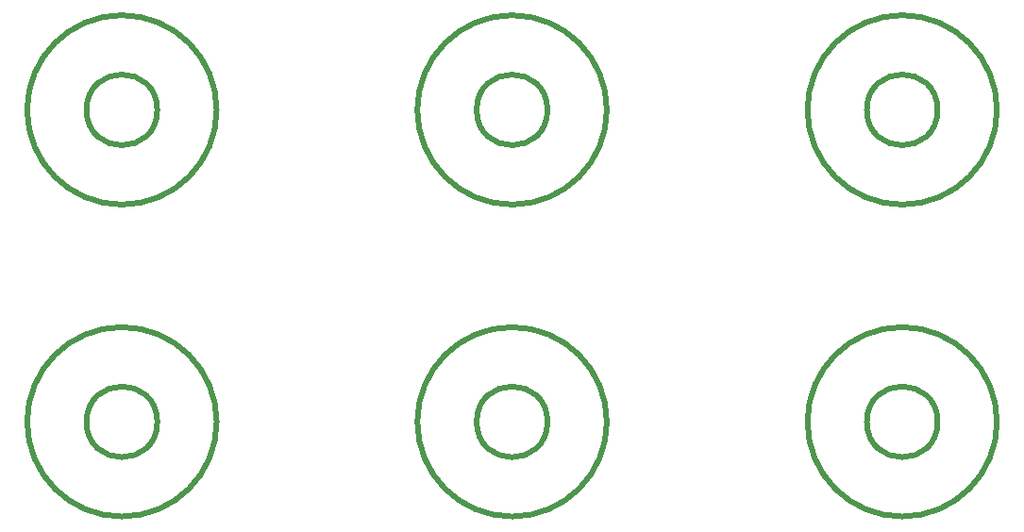
<source format=gbr>
%TF.GenerationSoftware,KiCad,Pcbnew,(5.1.9-0-10_14)*%
%TF.CreationDate,2021-06-12T10:18:14-06:00*%
%TF.ProjectId,template,74656d70-6c61-4746-952e-6b696361645f,rev?*%
%TF.SameCoordinates,Original*%
%TF.FileFunction,OtherDrawing,Comment*%
%FSLAX46Y46*%
G04 Gerber Fmt 4.6, Leading zero omitted, Abs format (unit mm)*
G04 Created by KiCad (PCBNEW (5.1.9-0-10_14)) date 2021-06-12 10:18:14*
%MOMM*%
%LPD*%
G01*
G04 APERTURE LIST*
%ADD10C,0.500000*%
G04 APERTURE END LIST*
D10*
%TO.C,RV6*%
X100675000Y-91197225D02*
G75*
G03*
X100675000Y-91197225I-3175000J0D01*
G01*
X106000000Y-91197225D02*
G75*
G03*
X106000000Y-91197225I-8500000J0D01*
G01*
%TO.C,RV4*%
X135675000Y-91197225D02*
G75*
G03*
X135675000Y-91197225I-3175000J0D01*
G01*
X141000000Y-91197225D02*
G75*
G03*
X141000000Y-91197225I-8500000J0D01*
G01*
%TO.C,RV3*%
X135675000Y-63197225D02*
G75*
G03*
X135675000Y-63197225I-3175000J0D01*
G01*
X141000000Y-63197225D02*
G75*
G03*
X141000000Y-63197225I-8500000J0D01*
G01*
%TO.C,RV1*%
X170675000Y-91197225D02*
G75*
G03*
X170675000Y-91197225I-3175000J0D01*
G01*
X176000000Y-91197225D02*
G75*
G03*
X176000000Y-91197225I-8500000J0D01*
G01*
%TO.C,RV5*%
X100675000Y-63197225D02*
G75*
G03*
X100675000Y-63197225I-3175000J0D01*
G01*
X106000000Y-63197225D02*
G75*
G03*
X106000000Y-63197225I-8500000J0D01*
G01*
%TO.C,RV2*%
X170675000Y-63197225D02*
G75*
G03*
X170675000Y-63197225I-3175000J0D01*
G01*
X176000000Y-63197225D02*
G75*
G03*
X176000000Y-63197225I-8500000J0D01*
G01*
%TD*%
M02*

</source>
